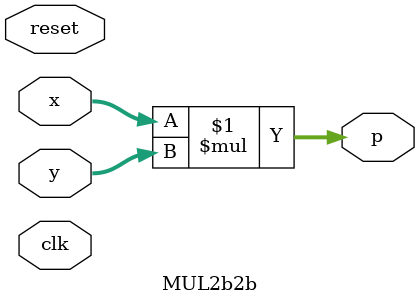
<source format=v>
`timescale 1ns / 1ps


module MUL2b2b(
    input clk,
    input reset,
    input [1:0] x, 
    input [1:0] y,
    output [3:0] p
    );

    assign p = x*y;

    /* signed_3bit_MUL MUL_3bit(.in_x(in_x), .in_y(in_y), .p(p)); */
        
endmodule

    

</source>
